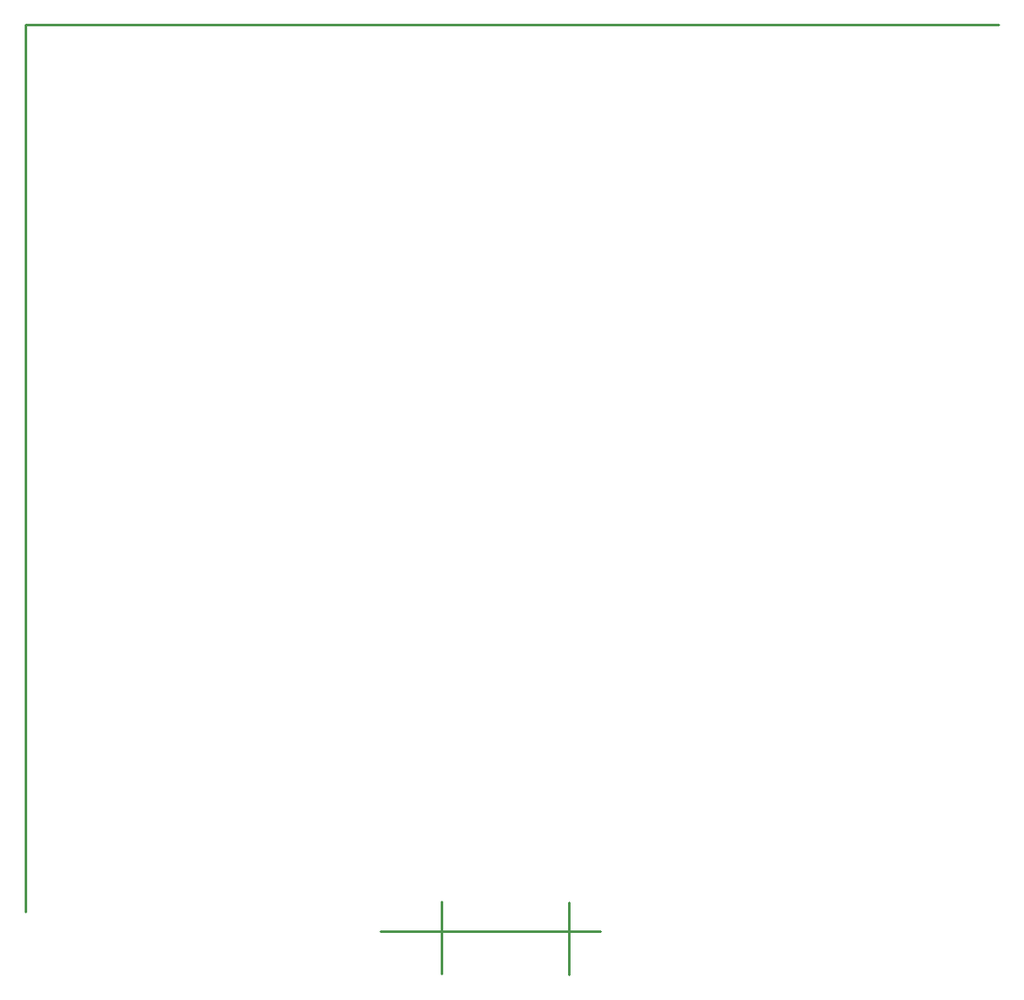
<source format=gm1>
G04 Layer_Color=16711935*
%FSLAX25Y25*%
%MOIN*%
G70*
G01*
G75*
%ADD45C,0.01000*%
D45*
X0Y-348157D02*
Y-1257D01*
X305Y0D02*
X382005D01*
X0D02*
X305D01*
X0Y-1257D02*
Y0D01*
X163300Y-372500D02*
Y-344100D01*
X213300Y-373000D02*
Y-344600D01*
X139300Y-356000D02*
X225500D01*
M02*

</source>
